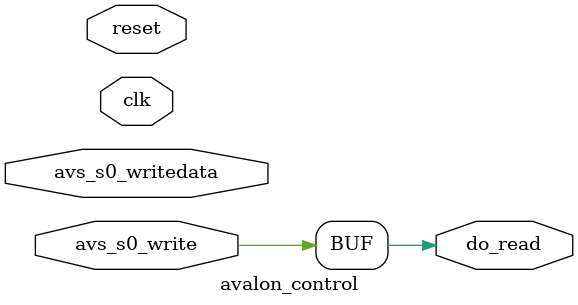
<source format=sv>
module avalon_control(
  /* verilator lint_off UNUSED */
  input logic clk,
  input logic reset,
  input logic [31:0] avs_s0_writedata,
  /* verilator lint_on UNUSED */
  input logic avs_s0_write,
  output logic do_read
);

// Write anything to trigger a write.
// Without a waitrequest from the agent (this module)
// the `write` signal is asserted for exactly one cycle.
assign do_read = avs_s0_write;

endmodule
</source>
